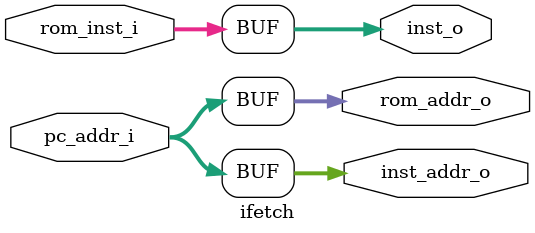
<source format=v>

module ifetch (
    input  wire [31:0] pc_addr_i   ,
    input  wire [31:0] rom_inst_i  , 
    output wire [31:0] inst_addr_o , 
    output wire [31:0] rom_addr_o  , 
    output wire [31:0] inst_o      
);
    assign inst_addr_o  = pc_addr_i;
    assign rom_addr_o   = pc_addr_i;
    assign inst_o       = rom_inst_i;
    
endmodule
</source>
